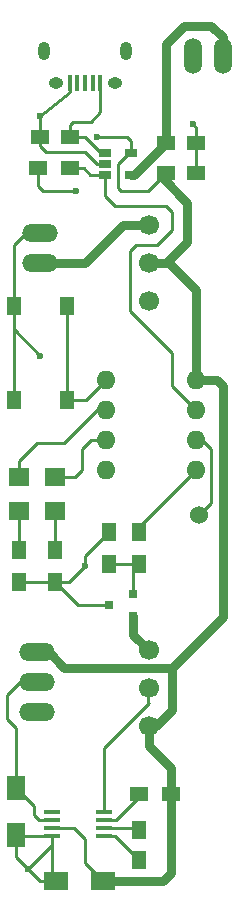
<source format=gtl>
G04 #@! TF.FileFunction,Copper,L1,Top,Signal*
%FSLAX46Y46*%
G04 Gerber Fmt 4.6, Leading zero omitted, Abs format (unit mm)*
G04 Created by KiCad (PCBNEW 4.0.1-stable) date Onsdag 20 Januari 2016 21:11:00*
%MOMM*%
G01*
G04 APERTURE LIST*
%ADD10C,0.100000*%
%ADD11R,1.500000X1.250000*%
%ADD12R,1.600000X2.000000*%
%ADD13R,2.000000X1.600000*%
%ADD14R,1.250000X1.500000*%
%ADD15R,1.800860X1.597660*%
%ADD16O,1.600000X1.600000*%
%ADD17R,0.400000X1.350000*%
%ADD18O,1.250000X0.950000*%
%ADD19O,1.000000X1.550000*%
%ADD20O,1.506220X3.014980*%
%ADD21O,3.014980X1.506220*%
%ADD22R,0.800100X0.800100*%
%ADD23R,1.300000X1.500000*%
%ADD24R,1.500000X1.300000*%
%ADD25C,1.700000*%
%ADD26R,1.060000X0.650000*%
%ADD27R,1.450000X0.450000*%
%ADD28C,1.524000*%
%ADD29R,1.300000X1.550000*%
%ADD30C,0.600000*%
%ADD31C,0.250000*%
%ADD32C,0.762000*%
G04 APERTURE END LIST*
D10*
D11*
X63826000Y-24320000D03*
X66326000Y-24320000D03*
X74494000Y-24828000D03*
X76994000Y-24828000D03*
X74494000Y-27368000D03*
X76994000Y-27368000D03*
D12*
X61774000Y-79470000D03*
X61774000Y-83470000D03*
D13*
X69108000Y-87312000D03*
X65108000Y-87312000D03*
D14*
X72188000Y-83014000D03*
X72188000Y-85514000D03*
D15*
X62028000Y-53126140D03*
X62028000Y-55965860D03*
X65076000Y-53126140D03*
X65076000Y-55965860D03*
D16*
X69394000Y-44894000D03*
X69394000Y-47434000D03*
X69394000Y-49974000D03*
X69394000Y-52514000D03*
X77014000Y-52514000D03*
X77014000Y-49974000D03*
X77014000Y-47434000D03*
X77014000Y-44894000D03*
D17*
X68916900Y-19786540D03*
X68266900Y-19786540D03*
X67616900Y-19786540D03*
X66966900Y-19786540D03*
X66316900Y-19786540D03*
D18*
X70116900Y-19786540D03*
X65116900Y-19786540D03*
D19*
X71116900Y-17086540D03*
X64116900Y-17086540D03*
D20*
X76730000Y-17500000D03*
X79270000Y-17500000D03*
D21*
X63806000Y-34988000D03*
X63806000Y-32448000D03*
D22*
X71664760Y-64894000D03*
X71664760Y-62994000D03*
X69665780Y-63944000D03*
D23*
X62028000Y-59292000D03*
X62028000Y-61992000D03*
X65076000Y-59292000D03*
X65076000Y-61992000D03*
X72188000Y-60468000D03*
X72188000Y-57768000D03*
X69648000Y-60468000D03*
X69648000Y-57768000D03*
D24*
X66350000Y-27000000D03*
X63650000Y-27000000D03*
X72150000Y-80000000D03*
X74850000Y-80000000D03*
D25*
X73000000Y-38200000D03*
X73000000Y-35000000D03*
X73000000Y-31800000D03*
X73000000Y-74200000D03*
X73000000Y-71000000D03*
X73000000Y-67800000D03*
D26*
X69305952Y-25665000D03*
X69305952Y-26615000D03*
X69305952Y-27565000D03*
X71505952Y-27565000D03*
X71505952Y-25665000D03*
D27*
X64800000Y-81525000D03*
X64800000Y-82175000D03*
X64800000Y-82825000D03*
X64800000Y-83475000D03*
X69200000Y-83475000D03*
X69200000Y-82825000D03*
X69200000Y-82175000D03*
X69200000Y-81525000D03*
D28*
X77268000Y-56324000D03*
D21*
X63500000Y-67960000D03*
X63500000Y-70500000D03*
X63500000Y-73040000D03*
D29*
X66056000Y-46583000D03*
X61556000Y-46583000D03*
X61556000Y-38633000D03*
X66056000Y-38633000D03*
D30*
X76730000Y-23274000D03*
X67616000Y-60642000D03*
X63806000Y-22542000D03*
X63806000Y-42862000D03*
X62790000Y-86296000D03*
X68632000Y-24320000D03*
X66854000Y-28892000D03*
D31*
X76994000Y-24828000D02*
X76994000Y-23538000D01*
X76994000Y-23538000D02*
X76730000Y-23274000D01*
X76730000Y-23274000D02*
X76994000Y-23538000D01*
X76994000Y-23538000D02*
X76994000Y-27368000D01*
X63826000Y-24320000D02*
X63826000Y-22562000D01*
X63826000Y-22562000D02*
X63806000Y-22542000D01*
X67489000Y-60769000D02*
X67616000Y-60642000D01*
X65076000Y-61992000D02*
X66266000Y-61992000D01*
X67616000Y-59800000D02*
X69648000Y-57768000D01*
X67616000Y-60642000D02*
X67616000Y-59800000D01*
X66266000Y-61992000D02*
X67489000Y-60769000D01*
X62028000Y-61992000D02*
X65076000Y-61992000D01*
X65076000Y-61992000D02*
X67028000Y-63944000D01*
X67028000Y-63944000D02*
X69665780Y-63944000D01*
X63806000Y-22562000D02*
X63806000Y-22542000D01*
X66316900Y-19786540D02*
X66316900Y-20539100D01*
X68641000Y-26615000D02*
X69305952Y-26615000D01*
X67616000Y-25590000D02*
X68641000Y-26615000D01*
X64314000Y-25590000D02*
X67616000Y-25590000D01*
X63826000Y-25102000D02*
X64314000Y-25590000D01*
X63806000Y-22562000D02*
X63826000Y-25102000D01*
X66316900Y-20539100D02*
X63806000Y-22542000D01*
X61556000Y-38633000D02*
X61556000Y-33500000D01*
X61556000Y-33500000D02*
X62608000Y-32448000D01*
X62608000Y-32448000D02*
X63806000Y-32448000D01*
X61556000Y-46583000D02*
X61556000Y-40612000D01*
X61556000Y-38633000D02*
X61556000Y-40612000D01*
X61556000Y-40612000D02*
X63806000Y-42862000D01*
X66326000Y-24320000D02*
X66326000Y-23324000D01*
X68916900Y-22257100D02*
X68916900Y-19786540D01*
X68124000Y-23050000D02*
X68916900Y-22257100D01*
X66600000Y-23050000D02*
X68124000Y-23050000D01*
X66326000Y-23324000D02*
X66600000Y-23050000D01*
X66122900Y-24116900D02*
X66326000Y-24320000D01*
X66326000Y-24320000D02*
X67616000Y-24320000D01*
X67616000Y-24320000D02*
X68961000Y-25665000D01*
X68961000Y-25665000D02*
X69305952Y-25665000D01*
D32*
X71505952Y-27565000D02*
X71757000Y-27565000D01*
X71757000Y-27565000D02*
X74474000Y-24848000D01*
X74474000Y-24848000D02*
X74474000Y-16446000D01*
X74474000Y-16446000D02*
X75998000Y-14922000D01*
X75998000Y-14922000D02*
X78284000Y-14922000D01*
X78284000Y-14922000D02*
X79270000Y-15908000D01*
X79270000Y-15908000D02*
X79270000Y-17500000D01*
D31*
X74240000Y-24574000D02*
X74494000Y-24828000D01*
X61774000Y-79470000D02*
X61774000Y-74358000D01*
X61012000Y-71564000D02*
X62076000Y-70500000D01*
X61012000Y-73596000D02*
X61012000Y-71564000D01*
X61774000Y-74358000D02*
X61012000Y-73596000D01*
X62076000Y-70500000D02*
X63500000Y-70500000D01*
X64800000Y-82175000D02*
X63749000Y-82175000D01*
X63298000Y-80994000D02*
X61774000Y-79470000D01*
X63298000Y-81724000D02*
X63298000Y-80994000D01*
X63749000Y-82175000D02*
X63298000Y-81724000D01*
D32*
X71664760Y-64894000D02*
X71664760Y-66464760D01*
X71664760Y-66464760D02*
X73000000Y-67800000D01*
D31*
X64800000Y-84264000D02*
X64800000Y-87004000D01*
X64800000Y-87004000D02*
X65108000Y-87312000D01*
X65108000Y-87312000D02*
X63806000Y-87312000D01*
X61774000Y-85280000D02*
X61774000Y-83470000D01*
X63806000Y-87312000D02*
X61774000Y-85280000D01*
X64695000Y-86899000D02*
X65108000Y-87312000D01*
X64800000Y-83475000D02*
X61779000Y-83475000D01*
X61779000Y-83475000D02*
X61774000Y-83470000D01*
X64800000Y-83475000D02*
X64800000Y-84264000D01*
X64800000Y-84264000D02*
X64800000Y-84286000D01*
X64800000Y-84286000D02*
X64695000Y-84391000D01*
X64695000Y-84391000D02*
X62790000Y-86296000D01*
X64800000Y-87004000D02*
X65108000Y-87312000D01*
X69200000Y-82825000D02*
X71999000Y-82825000D01*
X71999000Y-82825000D02*
X72188000Y-83014000D01*
X69200000Y-83475000D02*
X70149000Y-83475000D01*
X70149000Y-83475000D02*
X72188000Y-85514000D01*
X62028000Y-53126140D02*
X62028000Y-51752000D01*
X65838000Y-50228000D02*
X68632000Y-47434000D01*
X63552000Y-50228000D02*
X65838000Y-50228000D01*
X62028000Y-51752000D02*
X63552000Y-50228000D01*
X68632000Y-47434000D02*
X69394000Y-47434000D01*
X62028000Y-59292000D02*
X62028000Y-55965860D01*
X65076000Y-53126140D02*
X66749860Y-53126140D01*
X68124000Y-49974000D02*
X69394000Y-49974000D01*
X67362000Y-50736000D02*
X68124000Y-49974000D01*
X67362000Y-52514000D02*
X67362000Y-50736000D01*
X66749860Y-53126140D02*
X67362000Y-52514000D01*
X65076000Y-59292000D02*
X65076000Y-55965860D01*
X66056000Y-46583000D02*
X67705000Y-46583000D01*
X67705000Y-46583000D02*
X69394000Y-44894000D01*
X66056000Y-38633000D02*
X66056000Y-46583000D01*
X72188000Y-57768000D02*
X72188000Y-57340000D01*
X72188000Y-57340000D02*
X77014000Y-52514000D01*
X77014000Y-49974000D02*
X77522000Y-49974000D01*
X77522000Y-49974000D02*
X78284000Y-50736000D01*
X78284000Y-50736000D02*
X78284000Y-55308000D01*
X78284000Y-55308000D02*
X77268000Y-56324000D01*
X69305952Y-27565000D02*
X69305952Y-29311952D01*
X74982000Y-45402000D02*
X77014000Y-47434000D01*
X74982000Y-42608000D02*
X74982000Y-45402000D01*
X71426000Y-39052000D02*
X74982000Y-42608000D01*
X71426000Y-33972000D02*
X71426000Y-39052000D01*
X71934000Y-33464000D02*
X71426000Y-33972000D01*
X73712000Y-33464000D02*
X71934000Y-33464000D01*
X74982000Y-32194000D02*
X73712000Y-33464000D01*
X74982000Y-30670000D02*
X74982000Y-32194000D01*
X74474000Y-30162000D02*
X74982000Y-30670000D01*
X70156000Y-30162000D02*
X74474000Y-30162000D01*
X69305952Y-29311952D02*
X70156000Y-30162000D01*
X66350000Y-27000000D02*
X67502000Y-27000000D01*
X68067000Y-27565000D02*
X69305952Y-27565000D01*
X67502000Y-27000000D02*
X68067000Y-27565000D01*
X72188000Y-60468000D02*
X69648000Y-60468000D01*
X71664760Y-62994000D02*
X71664760Y-60991240D01*
X71664760Y-60991240D02*
X72188000Y-60468000D01*
X69200000Y-82175000D02*
X70213000Y-82175000D01*
X70213000Y-82175000D02*
X72150000Y-80238000D01*
X72150000Y-80238000D02*
X72150000Y-80000000D01*
X72947000Y-72323000D02*
X72947000Y-71053000D01*
X72947000Y-71053000D02*
X73000000Y-71000000D01*
X69200000Y-81525000D02*
X69200000Y-76070000D01*
X69200000Y-76070000D02*
X72947000Y-72323000D01*
X72947000Y-72323000D02*
X73000000Y-72270000D01*
D32*
X74982000Y-69278000D02*
X65838000Y-69278000D01*
X65838000Y-69278000D02*
X64520000Y-67960000D01*
X64520000Y-67960000D02*
X63500000Y-67960000D01*
D31*
X63650000Y-28482000D02*
X64060000Y-28892000D01*
X64060000Y-28892000D02*
X66854000Y-28892000D01*
X63650000Y-27000000D02*
X63650000Y-28482000D01*
X71505952Y-24653952D02*
X71505952Y-25665000D01*
X71172000Y-24320000D02*
X71505952Y-24653952D01*
X68632000Y-24320000D02*
X71172000Y-24320000D01*
X64800000Y-82825000D02*
X66685000Y-82825000D01*
X67616000Y-85820000D02*
X69108000Y-87312000D01*
X67616000Y-83756000D02*
X67616000Y-85820000D01*
X66685000Y-82825000D02*
X67616000Y-83756000D01*
D32*
X74850000Y-80000000D02*
X74850000Y-86682000D01*
X74220000Y-87312000D02*
X69108000Y-87312000D01*
X74850000Y-86682000D02*
X74220000Y-87312000D01*
X73000000Y-74200000D02*
X73000000Y-75932000D01*
X73000000Y-75932000D02*
X74850000Y-77782000D01*
X74850000Y-77782000D02*
X74850000Y-80000000D01*
X73000000Y-74200000D02*
X73616000Y-74200000D01*
X73616000Y-74200000D02*
X74982000Y-72834000D01*
X74982000Y-72834000D02*
X74982000Y-69278000D01*
X77014000Y-44894000D02*
X78792000Y-44894000D01*
X79300000Y-64960000D02*
X74982000Y-69278000D01*
X79300000Y-45402000D02*
X79300000Y-64960000D01*
X78792000Y-44894000D02*
X79300000Y-45402000D01*
X73000000Y-35000000D02*
X74740000Y-35000000D01*
X77014000Y-37274000D02*
X77014000Y-44894000D01*
X74740000Y-35000000D02*
X77014000Y-37274000D01*
D31*
X71505952Y-25665000D02*
X71351000Y-25665000D01*
X71351000Y-25665000D02*
X70410000Y-26606000D01*
X72970000Y-28892000D02*
X74113000Y-27749000D01*
X70664000Y-28892000D02*
X72970000Y-28892000D01*
X70410000Y-28638000D02*
X70664000Y-28892000D01*
X70410000Y-26606000D02*
X70410000Y-28638000D01*
X63650000Y-27000000D02*
X62930000Y-27000000D01*
X71505952Y-25665000D02*
X71505952Y-25764048D01*
D32*
X73000000Y-35000000D02*
X74462000Y-35000000D01*
X76252000Y-29888000D02*
X74113000Y-27749000D01*
X76252000Y-33210000D02*
X76252000Y-30416000D01*
X76252000Y-30416000D02*
X76252000Y-29888000D01*
X74462000Y-35000000D02*
X76252000Y-33210000D01*
X63806000Y-34988000D02*
X67616000Y-34988000D01*
X70804000Y-31800000D02*
X73000000Y-31800000D01*
X67616000Y-34988000D02*
X70804000Y-31800000D01*
M02*

</source>
